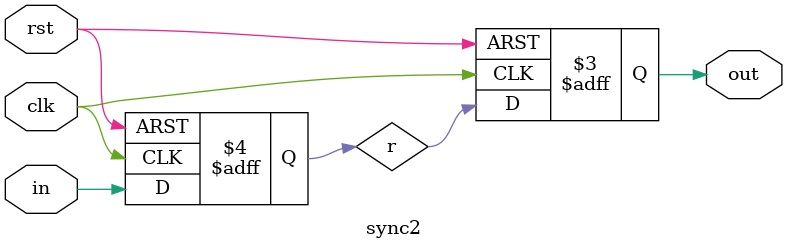
<source format=v>
module sync2
(
    input      clk,
    input      rst,
    input      in,
    output reg out
);

    reg r;

    always @ (posedge clk or negedge rst)
        if (!rst)
            { out, r } <= 0;
        else
            { out, r } <= { r, in };

endmodule

</source>
